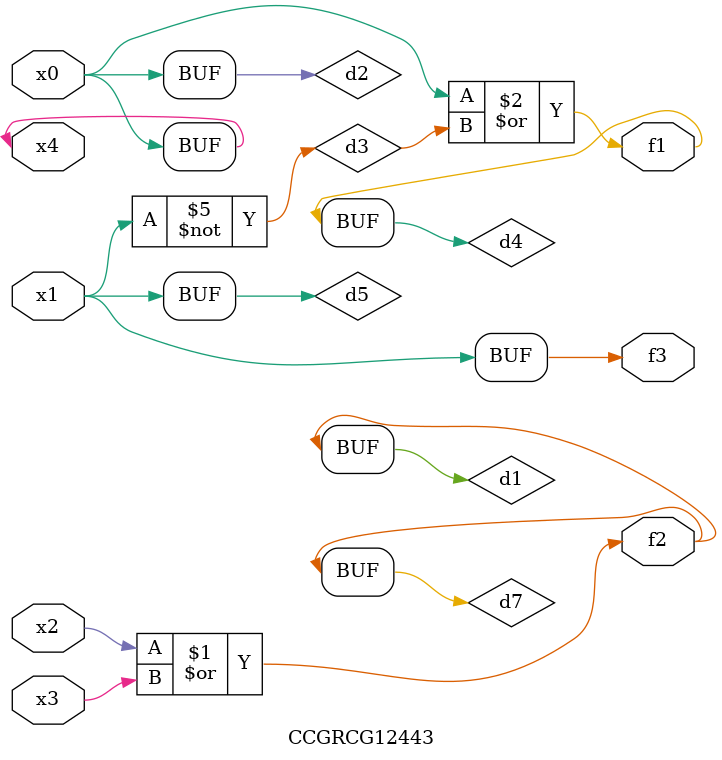
<source format=v>
module CCGRCG12443(
	input x0, x1, x2, x3, x4,
	output f1, f2, f3
);

	wire d1, d2, d3, d4, d5, d6, d7;

	or (d1, x2, x3);
	buf (d2, x0, x4);
	not (d3, x1);
	or (d4, d2, d3);
	not (d5, d3);
	nand (d6, d1, d3);
	or (d7, d1);
	assign f1 = d4;
	assign f2 = d7;
	assign f3 = d5;
endmodule

</source>
